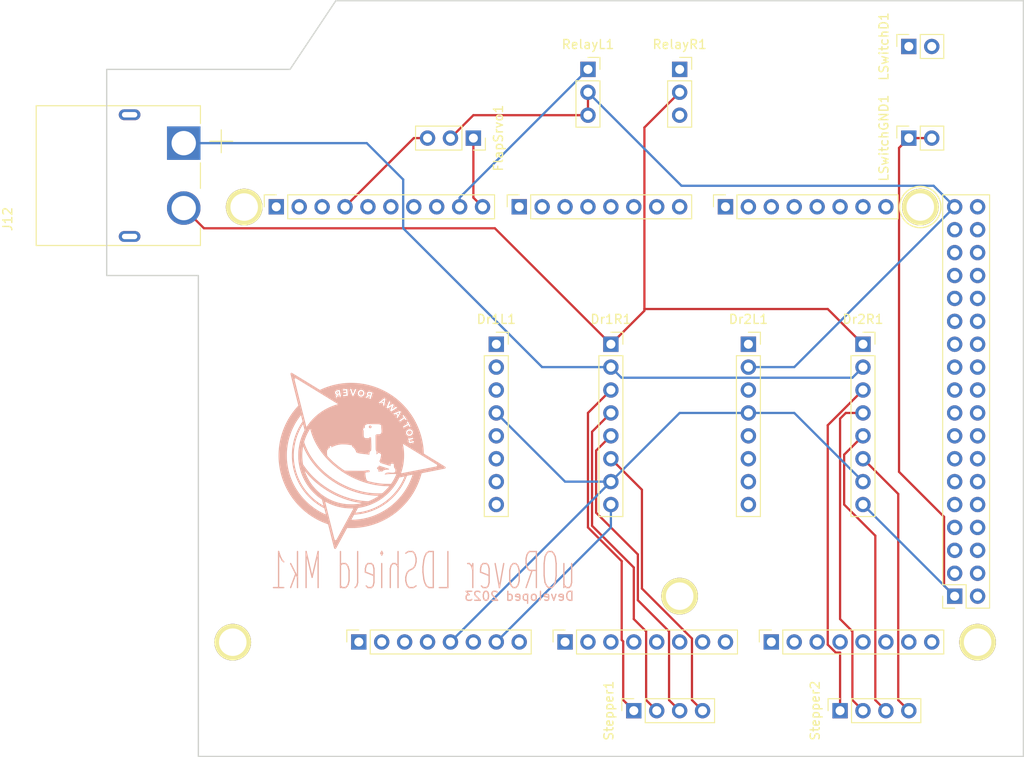
<source format=kicad_pcb>
(kicad_pcb (version 20211014) (generator pcbnew)
  (title_block (date "mar. 31 mars 2015"))
  (layers (0 "F.Cu" signal) (31 "B.Cu" signal) (34 "B.Paste" user) (35 "F.Paste" user) (36 "B.SilkS" user "B.Silkscreen") (37 "F.SilkS" user "F.Silkscreen") (38 "B.Mask" user) (39 "F.Mask" user) (44 "Edge.Cuts" user))
  (net 0 "")
  (net 1 "GND")
  (net 2 "/*52")
  (net 3 "/53")
  (net 4 "/50")
  (net 5 "/51")
  (net 6 "/48")
  (net 7 "/49")
  (net 8 "/*46")
  (net 9 "/47")
  (net 10 "/*44")
  (net 11 "/*45")
  (net 12 "/42")
  (net 13 "/43")
  (net 14 "/40")
  (net 15 "/41")
  (net 16 "/38")
  (net 17 "/39")
  (net 18 "/36")
  (net 19 "/37")
  (net 20 "/34")
  (net 21 "/35")
  (net 22 "/32")
  (net 23 "/33")
  (net 24 "/30")
  (net 25 "/31")
  (net 26 "/28")
  (net 27 "/29")
  (net 28 "/26")
  (net 29 "/27")
  (net 30 "/24")
  (net 31 "/25")
  (net 32 "/22")
  (net 33 "/23")
  (net 34 "+5V")
  (net 35 "/IOREF")
  (net 36 "/A0")
  (net 37 "/A1")
  (net 38 "/A2")
  (net 39 "/A3")
  (net 40 "/A4")
  (net 41 "/A5")
  (net 42 "/A6")
  (net 43 "/A7")
  (net 44 "/A8")
  (net 45 "/A9")
  (net 46 "/A10")
  (net 47 "/A11")
  (net 48 "/A12")
  (net 49 "/A13")
  (net 50 "/A14")
  (net 51 "/A15")
  (net 52 "/AREF")
  (net 53 "/*13")
  (net 54 "/*12")
  (net 55 "/*11")
  (net 56 "/*10")
  (net 57 "/*9")
  (net 58 "/*8")
  (net 59 "/*7")
  (net 60 "/*6")
  (net 61 "/*5")
  (net 62 "/*4")
  (net 63 "/*3")
  (net 64 "/*2")
  (net 65 "/TX0{slash}1")
  (net 66 "/RX0{slash}0")
  (net 67 "+3V3")
  (net 68 "/TX3{slash}14")
  (net 69 "/RX3{slash}15")
  (net 70 "/TX2{slash}16")
  (net 71 "/RX2{slash}17")
  (net 72 "/TX1{slash}18")
  (net 73 "/RX1{slash}19")
  (net 74 "/SDA{slash}20")
  (net 75 "/SCL{slash}21")
  (net 76 "VCC")
  (net 77 "/~{RESET}")
  (net 79 "Net-(Stepper1-Pad1)")
  (net 80 "Net-(Stepper1-Pad2)")
  (net 81 "Net-(Stepper1-Pad3)")
  (net 82 "Net-(Stepper1-Pad4)")
  (net 83 "Net-(Stepper2-Pad1)")
  (net 84 "Net-(Stepper2-Pad2)")
  (net 85 "Net-(Stepper2-Pad3)")
  (net 86 "Net-(Stepper2-Pad4)")
  (net 92 "Net-(Dr1R1-Pad1)")
  (net 93 "Net-(Dr1R1-Pad2)")
  (footprint "Connector_PinSocket_2.54mm:PinSocket_2x18_P2.54mm_Vertical" (layer "F.Cu") (at 193.98 92.38 180)
    (fp_text reference "J7" hide)
    (fp_text value "Digital")
    (pad "1" thru_hole rect locked (at 0 0 180) (size 1.7 1.7) (drill 1) (layers *.Cu *.Mask) (net 1 "GND"))
    (pad "2" thru_hole oval locked (at -2.54 0 180) (size 1.7 1.7) (drill 1) (layers *.Cu *.Mask) (net 1 "GND"))
    (pad "3" thru_hole oval locked (at 0 2.54 180) (size 1.7 1.7) (drill 1) (layers *.Cu *.Mask) (net 2 "/*52"))
    (pad "4" thru_hole oval locked (at -2.54 2.54 180) (size 1.7 1.7) (drill 1) (layers *.Cu *.Mask) (net 3 "/53"))
    (pad "5" thru_hole oval locked (at 0 5.08 180) (size 1.7 1.7) (drill 1) (layers *.Cu *.Mask) (net 4 "/50"))
    (pad "6" thru_hole oval locked (at -2.54 5.08 180) (size 1.7 1.7) (drill 1) (layers *.Cu *.Mask) (net 5 "/51"))
    (pad "7" thru_hole oval locked (at 0 7.62 180) (size 1.7 1.7) (drill 1) (layers *.Cu *.Mask) (net 6 "/48"))
    (pad "8" thru_hole oval locked (at -2.54 7.62 180) (size 1.7 1.7) (drill 1) (layers *.Cu *.Mask) (net 7 "/49"))
    (pad "9" thru_hole oval locked (at 0 10.16 180) (size 1.7 1.7) (drill 1) (layers *.Cu *.Mask) (net 8 "/*46"))
    (pad "10" thru_hole oval locked (at -2.54 10.16 180) (size 1.7 1.7) (drill 1) (layers *.Cu *.Mask) (net 9 "/47"))
    (pad "11" thru_hole oval locked (at 0 12.7 180) (size 1.7 1.7) (drill 1) (layers *.Cu *.Mask) (net 10 "/*44"))
    (pad "12" thru_hole oval locked (at -2.54 12.7 180) (size 1.7 1.7) (drill 1) (layers *.Cu *.Mask) (net 11 "/*45"))
    (pad "13" thru_hole oval locked (at 0 15.24 180) (size 1.7 1.7) (drill 1) (layers *.Cu *.Mask) (net 12 "/42"))
    (pad "14" thru_hole oval locked (at -2.54 15.24 180) (size 1.7 1.7) (drill 1) (layers *.Cu *.Mask) (net 13 "/43"))
    (pad "15" thru_hole oval locked (at 0 17.78 180) (size 1.7 1.7) (drill 1) (layers *.Cu *.Mask) (net 14 "/40"))
    (pad "16" thru_hole oval locked (at -2.54 17.78 180) (size 1.7 1.7) (drill 1) (layers *.Cu *.Mask) (net 15 "/41"))
    (pad "17" thru_hole oval locked (at 0 20.32 180) (size 1.7 1.7) (drill 1) (layers *.Cu *.Mask) (net 16 "/38"))
    (pad "18" thru_hole oval locked (at -2.54 20.32 180) (size 1.7 1.7) (drill 1) (layers *.Cu *.Mask) (net 17 "/39"))
    (pad "19" thru_hole oval locked (at 0 22.86 180) (size 1.7 1.7) (drill 1) (layers *.Cu *.Mask) (net 18 "/36"))
    (pad "20" thru_hole oval locked (at -2.54 22.86 180) (size 1.7 1.7) (drill 1) (layers *.Cu *.Mask) (net 19 "/37"))
    (pad "21" thru_hole oval locked (at 0 25.4 180) (size 1.7 1.7) (drill 1) (layers *.Cu *.Mask) (net 20 "/34"))
    (pad "22" thru_hole oval locked (at -2.54 25.4 180) (size 1.7 1.7) (drill 1) (layers *.Cu *.Mask) (net 21 "/35"))
    (pad "23" thru_hole oval locked (at 0 27.94 180) (size 1.7 1.7) (drill 1) (layers *.Cu *.Mask) (net 22 "/32"))
    (pad "24" thru_hole oval locked (at -2.54 27.94 180) (size 1.7 1.7) (drill 1) (layers *.Cu *.Mask) (net 23 "/33"))
    (pad "25" thru_hole oval locked (at 0 30.48 180) (size 1.7 1.7) (drill 1) (layers *.Cu *.Mask) (net 24 "/30"))
    (pad "26" thru_hole oval locked (at -2.54 30.48 180) (size 1.7 1.7) (drill 1) (layers *.Cu *.Mask) (net 25 "/31"))
    (pad "27" thru_hole oval locked (at 0 33.02 180) (size 1.7 1.7) (drill 1) (layers *.Cu *.Mask) (net 26 "/28"))
    (pad "28" thru_hole oval locked (at -2.54 33.02 180) (size 1.7 1.7) (drill 1) (layers *.Cu *.Mask) (net 27 "/29"))
    (pad "29" thru_hole oval locked (at 0 35.56 180) (size 1.7 1.7) (drill 1) (layers *.Cu *.Mask) (net 28 "/26"))
    (pad "30" thru_hole oval locked (at -2.54 35.56 180) (size 1.7 1.7) (drill 1) (layers *.Cu *.Mask) (net 29 "/27"))
    (pad "31" thru_hole oval locked (at 0 38.1 180) (size 1.7 1.7) (drill 1) (layers *.Cu *.Mask) (net 30 "/24"))
    (pad "32" thru_hole oval locked (at -2.54 38.1 180) (size 1.7 1.7) (drill 1) (layers *.Cu *.Mask) (net 31 "/25"))
    (pad "33" thru_hole oval locked (at 0 40.64 180) (size 1.7 1.7) (drill 1) (layers *.Cu *.Mask) (net 32 "/22"))
    (pad "34" thru_hole oval locked (at -2.54 40.64 180) (size 1.7 1.7) (drill 1) (layers *.Cu *.Mask) (net 33 "/23"))
    (pad "35" thru_hole oval locked (at 0 43.18 180) (size 1.7 1.7) (drill 1) (layers *.Cu *.Mask) (net 34 "+5V"))
    (pad "36" thru_hole oval locked (at -2.54 43.18 180) (size 1.7 1.7) (drill 1) (layers *.Cu *.Mask) (net 34 "+5V"))
  )
  (footprint "Connector_PinSocket_2.54mm:PinSocket_1x08_P2.54mm_Vertical" (layer "F.Cu") (at 127.94 97.46 90)
    (fp_text reference "J1" hide)
    (fp_text value "Power")
    (pad "1" thru_hole rect locked (at 0 0 90) (size 1.7 1.7) (drill 1) (layers *.Cu *.Mask))
    (pad "2" thru_hole oval locked (at 0 2.54 90) (size 1.7 1.7) (drill 1) (layers *.Cu *.Mask) (net 35 "/IOREF"))
    (pad "3" thru_hole oval locked (at 0 5.08 90) (size 1.7 1.7) (drill 1) (layers *.Cu *.Mask) (net 77 "/~{RESET}"))
    (pad "4" thru_hole oval locked (at 0 7.62 90) (size 1.7 1.7) (drill 1) (layers *.Cu *.Mask) (net 67 "+3V3"))
    (pad "5" thru_hole oval locked (at 0 10.16 90) (size 1.7 1.7) (drill 1) (layers *.Cu *.Mask) (net 34 "+5V"))
    (pad "6" thru_hole oval locked (at 0 12.7 90) (size 1.7 1.7) (drill 1) (layers *.Cu *.Mask) (net 1 "GND"))
    (pad "7" thru_hole oval locked (at 0 15.24 90) (size 1.7 1.7) (drill 1) (layers *.Cu *.Mask) (net 1 "GND"))
    (pad "8" thru_hole oval locked (at 0 17.78 90) (size 1.7 1.7) (drill 1) (layers *.Cu *.Mask) (net 76 "VCC"))
  )
  (footprint "Connector_PinSocket_2.54mm:PinSocket_1x08_P2.54mm_Vertical" (layer "F.Cu") (at 150.8 97.46 90)
    (fp_text reference "J3" hide)
    (fp_text value "Analog")
    (pad "1" thru_hole rect locked (at 0 0 90) (size 1.7 1.7) (drill 1) (layers *.Cu *.Mask) (net 36 "/A0"))
    (pad "2" thru_hole oval locked (at 0 2.54 90) (size 1.7 1.7) (drill 1) (layers *.Cu *.Mask) (net 37 "/A1"))
    (pad "3" thru_hole oval locked (at 0 5.08 90) (size 1.7 1.7) (drill 1) (layers *.Cu *.Mask) (net 38 "/A2"))
    (pad "4" thru_hole oval locked (at 0 7.62 90) (size 1.7 1.7) (drill 1) (layers *.Cu *.Mask) (net 39 "/A3"))
    (pad "5" thru_hole oval locked (at 0 10.16 90) (size 1.7 1.7) (drill 1) (layers *.Cu *.Mask) (net 40 "/A4"))
    (pad "6" thru_hole oval locked (at 0 12.7 90) (size 1.7 1.7) (drill 1) (layers *.Cu *.Mask) (net 41 "/A5"))
    (pad "7" thru_hole oval locked (at 0 15.24 90) (size 1.7 1.7) (drill 1) (layers *.Cu *.Mask) (net 42 "/A6"))
    (pad "8" thru_hole oval locked (at 0 17.78 90) (size 1.7 1.7) (drill 1) (layers *.Cu *.Mask) (net 43 "/A7"))
  )
  (footprint "Connector_PinSocket_2.54mm:PinSocket_1x08_P2.54mm_Vertical" (layer "F.Cu") (at 173.66 97.46 90)
    (fp_text reference "J5" hide)
    (fp_text value "Analog")
    (pad "1" thru_hole rect locked (at 0 0 90) (size 1.7 1.7) (drill 1) (layers *.Cu *.Mask) (net 44 "/A8"))
    (pad "2" thru_hole oval locked (at 0 2.54 90) (size 1.7 1.7) (drill 1) (layers *.Cu *.Mask) (net 45 "/A9"))
    (pad "3" thru_hole oval locked (at 0 5.08 90) (size 1.7 1.7) (drill 1) (layers *.Cu *.Mask) (net 46 "/A10"))
    (pad "4" thru_hole oval locked (at 0 7.62 90) (size 1.7 1.7) (drill 1) (layers *.Cu *.Mask) (net 47 "/A11"))
    (pad "5" thru_hole oval locked (at 0 10.16 90) (size 1.7 1.7) (drill 1) (layers *.Cu *.Mask) (net 48 "/A12"))
    (pad "6" thru_hole oval locked (at 0 12.7 90) (size 1.7 1.7) (drill 1) (layers *.Cu *.Mask) (net 49 "/A13"))
    (pad "7" thru_hole oval locked (at 0 15.24 90) (size 1.7 1.7) (drill 1) (layers *.Cu *.Mask) (net 50 "/A14"))
    (pad "8" thru_hole oval locked (at 0 17.78 90) (size 1.7 1.7) (drill 1) (layers *.Cu *.Mask) (net 51 "/A15"))
  )
  (footprint "Connector_PinSocket_2.54mm:PinSocket_1x10_P2.54mm_Vertical" (layer "F.Cu") (at 118.796 49.2 90)
    (fp_text reference "J2" hide)
    (fp_text value "PWM")
    (pad "1" thru_hole rect locked (at 0 0 90) (size 1.7 1.7) (drill 1) (layers *.Cu *.Mask) (net 75 "/SCL{slash}21"))
    (pad "2" thru_hole oval locked (at 0 2.54 90) (size 1.7 1.7) (drill 1) (layers *.Cu *.Mask) (net 74 "/SDA{slash}20"))
    (pad "3" thru_hole oval locked (at 0 5.08 90) (size 1.7 1.7) (drill 1) (layers *.Cu *.Mask) (net 52 "/AREF"))
    (pad "4" thru_hole oval locked (at 0 7.62 90) (size 1.7 1.7) (drill 1) (layers *.Cu *.Mask) (net 1 "GND"))
    (pad "5" thru_hole oval locked (at 0 10.16 90) (size 1.7 1.7) (drill 1) (layers *.Cu *.Mask) (net 53 "/*13"))
    (pad "6" thru_hole oval locked (at 0 12.7 90) (size 1.7 1.7) (drill 1) (layers *.Cu *.Mask) (net 54 "/*12"))
    (pad "7" thru_hole oval locked (at 0 15.24 90) (size 1.7 1.7) (drill 1) (layers *.Cu *.Mask) (net 55 "/*11"))
    (pad "8" thru_hole oval locked (at 0 17.78 90) (size 1.7 1.7) (drill 1) (layers *.Cu *.Mask) (net 56 "/*10"))
    (pad "9" thru_hole oval locked (at 0 20.32 90) (size 1.7 1.7) (drill 1) (layers *.Cu *.Mask) (net 57 "/*9"))
    (pad "10" thru_hole oval locked (at 0 22.86 90) (size 1.7 1.7) (drill 1) (layers *.Cu *.Mask) (net 58 "/*8"))
  )
  (footprint "Connector_PinSocket_2.54mm:PinSocket_1x08_P2.54mm_Vertical" (layer "F.Cu") (at 145.72 49.2 90)
    (fp_text reference "J4" hide)
    (fp_text value "PWM")
    (pad "1" thru_hole rect locked (at 0 0 90) (size 1.7 1.7) (drill 1) (layers *.Cu *.Mask) (net 59 "/*7"))
    (pad "2" thru_hole oval locked (at 0 2.54 90) (size 1.7 1.7) (drill 1) (layers *.Cu *.Mask) (net 60 "/*6"))
    (pad "3" thru_hole oval locked (at 0 5.08 90) (size 1.7 1.7) (drill 1) (layers *.Cu *.Mask) (net 61 "/*5"))
    (pad "4" thru_hole oval locked (at 0 7.62 90) (size 1.7 1.7) (drill 1) (layers *.Cu *.Mask) (net 62 "/*4"))
    (pad "5" thru_hole oval locked (at 0 10.16 90) (size 1.7 1.7) (drill 1) (layers *.Cu *.Mask) (net 63 "/*3"))
    (pad "6" thru_hole oval locked (at 0 12.7 90) (size 1.7 1.7) (drill 1) (layers *.Cu *.Mask) (net 64 "/*2"))
    (pad "7" thru_hole oval locked (at 0 15.24 90) (size 1.7 1.7) (drill 1) (layers *.Cu *.Mask) (net 65 "/TX0{slash}1"))
    (pad "8" thru_hole oval locked (at 0 17.78 90) (size 1.7 1.7) (drill 1) (layers *.Cu *.Mask) (net 66 "/RX0{slash}0"))
  )
  (footprint "Connector_PinSocket_2.54mm:PinSocket_1x08_P2.54mm_Vertical" (layer "F.Cu") (at 168.58 49.2 90)
    (fp_text reference "J6" hide)
    (fp_text value "Communication")
    (pad "1" thru_hole rect locked (at 0 0 90) (size 1.7 1.7) (drill 1) (layers *.Cu *.Mask) (net 68 "/TX3{slash}14"))
    (pad "2" thru_hole oval locked (at 0 2.54 90) (size 1.7 1.7) (drill 1) (layers *.Cu *.Mask) (net 69 "/RX3{slash}15"))
    (pad "3" thru_hole oval locked (at 0 5.08 90) (size 1.7 1.7) (drill 1) (layers *.Cu *.Mask) (net 70 "/TX2{slash}16"))
    (pad "4" thru_hole oval locked (at 0 7.62 90) (size 1.7 1.7) (drill 1) (layers *.Cu *.Mask) (net 71 "/RX2{slash}17"))
    (pad "5" thru_hole oval locked (at 0 10.16 90) (size 1.7 1.7) (drill 1) (layers *.Cu *.Mask) (net 72 "/TX1{slash}18"))
    (pad "6" thru_hole oval locked (at 0 12.7 90) (size 1.7 1.7) (drill 1) (layers *.Cu *.Mask) (net 73 "/RX1{slash}19"))
    (pad "7" thru_hole oval locked (at 0 15.24 90) (size 1.7 1.7) (drill 1) (layers *.Cu *.Mask) (net 74 "/SDA{slash}20"))
    (pad "8" thru_hole oval locked (at 0 17.78 90) (size 1.7 1.7) (drill 1) (layers *.Cu *.Mask) (net 75 "/SCL{slash}21"))
  )
  (footprint "" (layer "F.Cu") (at 196.52 97.485)
    (fp_text reference "" (at 0 0) (layer "F.SilkS") (effects (font (size 1.27 1.27))))
    (fp_text value "" (at 0 0) (layer "F.SilkS") (effects (font (size 1.27 1.27))))
    (pad "1" thru_hole circle locked (at 0 0) (size 4.064 4.064) (drill 3.048) (layers *.Mask "F.Cu" "In1.Cu" "In2.Cu" "B.Cu" "F.SilkS"))
  )
  (footprint "Connector_PinSocket_2.54mm:PinSocket_1x08_P2.54mm_Vertical" (layer "F.Cu") (at 143.18 64.44)
    (fp_text reference "Dr1L1" (at 0 -2.77) (layer "F.SilkS"))
    (fp_text value "Conn_01x08")
    (pad "1" thru_hole rect (at 0 0) (size 1.7 1.7) (drill 1) (layers *.Cu *.Mask))
    (pad "2" thru_hole oval (at 0 2.54) (size 1.7 1.7) (drill 1) (layers *.Cu *.Mask) (net 34 "+5V"))
    (pad "3" thru_hole oval (at 0 5.08) (size 1.7 1.7) (drill 1) (layers *.Cu *.Mask) (net 1 "GND"))
    (pad "4" thru_hole oval (at 0 7.62) (size 1.7 1.7) (drill 1) (layers *.Cu *.Mask) (net 34 "+5V"))
    (pad "5" thru_hole oval (at 0 10.16) (size 1.7 1.7) (drill 1) (layers *.Cu *.Mask))
    (pad "6" thru_hole oval (at 0 12.7) (size 1.7 1.7) (drill 1) (layers *.Cu *.Mask))
    (pad "7" thru_hole oval (at 0 15.24) (size 1.7 1.7) (drill 1) (layers *.Cu *.Mask) (net 53 "/*13"))
    (pad "8" thru_hole oval (at 0 17.78) (size 1.7 1.7) (drill 1) (layers *.Cu *.Mask) (net 54 "/*12"))
  )
  (footprint "Connector_PinSocket_2.54mm:PinSocket_1x03_P2.54mm_Vertical" (layer "F.Cu") (at 153.34 33.96)
    (fp_text reference "RelayL1" (at 0 -2.77) (layer "F.SilkS"))
    (fp_text value "Conn_01x03")
    (pad "1" thru_hole rect (at 0 0) (size 1.7 1.7) (drill 1) (layers *.Cu *.Mask) (net 57 "/*9"))
    (pad "2" thru_hole oval (at 0 2.54) (size 1.7 1.7) (drill 1) (layers *.Cu *.Mask) (net 34 "+5V"))
    (pad "3" thru_hole oval (at 0 5.08) (size 1.7 1.7) (drill 1) (layers *.Cu *.Mask) (net 34 "+5V"))
  )
  (footprint "" (layer "F.Cu") (at 163.5 92.38)
    (fp_text reference "" (at 0 0) (layer "F.SilkS") (effects (font (size 1.27 1.27))))
    (fp_text value "" (at 0 0) (layer "F.SilkS") (effects (font (size 1.27 1.27))))
    (pad "1" thru_hole circle locked (at 0 0) (size 4.064 4.064) (drill 3.048) (layers *.Mask "F.Cu" "In1.Cu" "In2.Cu" "B.Cu" "F.SilkS"))
  )
  (footprint "Connector_PinSocket_2.54mm:PinSocket_1x02_P2.54mm_Vertical" (layer "F.Cu") (at 188.9 31.42 90)
    (fp_text reference "LSwitchD1" (at 0 -2.77 90) (layer "F.SilkS"))
    (fp_text value "Conn_01x02")
    (pad "1" thru_hole rect (at 0 0 90) (size 1.7 1.7) (drill 1) (layers *.Cu *.Mask) (net 6 "/48"))
    (pad "2" thru_hole oval (at 0 2.54 90) (size 1.7 1.7) (drill 1) (layers *.Cu *.Mask) (net 9 "/47"))
  )
  (footprint "" (layer "F.Cu") (at 113.97 97.485)
    (fp_text reference "" (at 0 0) (layer "F.SilkS") (effects (font (size 1.27 1.27))))
    (fp_text value "" (at 0 0) (layer "F.SilkS") (effects (font (size 1.27 1.27))))
    (pad "1" thru_hole circle locked (at 0 0) (size 4.064 4.064) (drill 3.048) (layers *.Mask "F.Cu" "In1.Cu" "In2.Cu" "B.Cu" "F.SilkS"))
  )
  (footprint "Connector_PinSocket_2.54mm:PinSocket_1x08_P2.54mm_Vertical" (layer "F.Cu") (at 171.12 64.44)
    (fp_text reference "Dr2L1" (at 0 -2.77) (layer "F.SilkS"))
    (fp_text value "Conn_01x08")
    (pad "1" thru_hole rect (at 0 0) (size 1.7 1.7) (drill 1) (layers *.Cu *.Mask))
    (pad "2" thru_hole oval (at 0 2.54) (size 1.7 1.7) (drill 1) (layers *.Cu *.Mask) (net 34 "+5V"))
    (pad "3" thru_hole oval (at 0 5.08) (size 1.7 1.7) (drill 1) (layers *.Cu *.Mask) (net 1 "GND"))
    (pad "4" thru_hole oval (at 0 7.62) (size 1.7 1.7) (drill 1) (layers *.Cu *.Mask) (net 34 "+5V"))
    (pad "5" thru_hole oval (at 0 10.16) (size 1.7 1.7) (drill 1) (layers *.Cu *.Mask))
    (pad "6" thru_hole oval (at 0 12.7) (size 1.7 1.7) (drill 1) (layers *.Cu *.Mask))
    (pad "7" thru_hole oval (at 0 15.24) (size 1.7 1.7) (drill 1) (layers *.Cu *.Mask) (net 55 "/*11"))
    (pad "8" thru_hole oval (at 0 17.78) (size 1.7 1.7) (drill 1) (layers *.Cu *.Mask) (net 56 "/*10"))
  )
  (footprint "Connector_PinSocket_2.54mm:PinSocket_1x03_P2.54mm_Vertical" (layer "F.Cu") (at 163.5 33.96)
    (fp_text reference "RelayR1" (at 0 -2.77) (layer "F.SilkS"))
    (fp_text value "Conn_01x03")
    (pad "1" thru_hole rect (at 0 0) (size 1.7 1.7) (drill 1) (layers *.Cu *.Mask))
    (pad "2" thru_hole oval (at 0 2.54) (size 1.7 1.7) (drill 1) (layers *.Cu *.Mask) (net 92 "Net-(Dr1R1-Pad1)"))
    (pad "3" thru_hole oval (at 0 5.08) (size 1.7 1.7) (drill 1) (layers *.Cu *.Mask))
  )
  (footprint "Connector_PinSocket_2.54mm:PinSocket_1x04_P2.54mm_Vertical" (layer "F.Cu") (at 158.42 105.08 90)
    (fp_text reference "Stepper1" (at 0 -2.77 90) (layer "F.SilkS"))
    (fp_text value "Conn_01x04")
    (pad "1" thru_hole rect (at 0 0 90) (size 1.7 1.7) (drill 1) (layers *.Cu *.Mask) (net 79 "Net-(Stepper1-Pad1)"))
    (pad "2" thru_hole oval (at 0 2.54 90) (size 1.7 1.7) (drill 1) (layers *.Cu *.Mask) (net 80 "Net-(Stepper1-Pad2)"))
    (pad "3" thru_hole oval (at 0 5.08 90) (size 1.7 1.7) (drill 1) (layers *.Cu *.Mask) (net 81 "Net-(Stepper1-Pad3)"))
    (pad "4" thru_hole oval (at 0 7.62 90) (size 1.7 1.7) (drill 1) (layers *.Cu *.Mask) (net 82 "Net-(Stepper1-Pad4)"))
  )
  (footprint "Connector_PinSocket_2.54mm:PinSocket_1x08_P2.54mm_Vertical" (layer "F.Cu") (at 183.82 64.44)
    (fp_text reference "Dr2R1" (at 0 -2.77) (layer "F.SilkS"))
    (fp_text value "Conn_01x08")
    (pad "1" thru_hole rect (at 0 0) (size 1.7 1.7) (drill 1) (layers *.Cu *.Mask) (net 92 "Net-(Dr1R1-Pad1)"))
    (pad "2" thru_hole oval (at 0 2.54) (size 1.7 1.7) (drill 1) (layers *.Cu *.Mask) (net 93 "Net-(Dr1R1-Pad2)"))
    (pad "3" thru_hole oval (at 0 5.08) (size 1.7 1.7) (drill 1) (layers *.Cu *.Mask) (net 83 "Net-(Stepper2-Pad1)"))
    (pad "4" thru_hole oval (at 0 7.62) (size 1.7 1.7) (drill 1) (layers *.Cu *.Mask) (net 84 "Net-(Stepper2-Pad2)"))
    (pad "5" thru_hole oval (at 0 10.16) (size 1.7 1.7) (drill 1) (layers *.Cu *.Mask) (net 85 "Net-(Stepper2-Pad3)"))
    (pad "6" thru_hole oval (at 0 12.7) (size 1.7 1.7) (drill 1) (layers *.Cu *.Mask) (net 86 "Net-(Stepper2-Pad4)"))
    (pad "7" thru_hole oval (at 0 15.24) (size 1.7 1.7) (drill 1) (layers *.Cu *.Mask) (net 34 "+5V"))
    (pad "8" thru_hole oval (at 0 17.78) (size 1.7 1.7) (drill 1) (layers *.Cu *.Mask) (net 1 "GND"))
  )
  (footprint "Connector_PinSocket_2.54mm:PinSocket_1x04_P2.54mm_Vertical" (layer "F.Cu") (at 181.28 105.08 90)
    (fp_text reference "Stepper2" (at 0 -2.77 90) (layer "F.SilkS"))
    (fp_text value "Conn_01x04")
    (pad "1" thru_hole rect (at 0 0 90) (size 1.7 1.7) (drill 1) (layers *.Cu *.Mask) (net 83 "Net-(Stepper2-Pad1)"))
    (pad "2" thru_hole oval (at 0 2.54 90) (size 1.7 1.7) (drill 1) (layers *.Cu *.Mask) (net 84 "Net-(Stepper2-Pad2)"))
    (pad "3" thru_hole oval (at 0 5.08 90) (size 1.7 1.7) (drill 1) (layers *.Cu *.Mask) (net 85 "Net-(Stepper2-Pad3)"))
    (pad "4" thru_hole oval (at 0 7.62 90) (size 1.7 1.7) (drill 1) (layers *.Cu *.Mask) (net 86 "Net-(Stepper2-Pad4)"))
  )
  (footprint "Socket_Arduino_Mega:Arduino_1pin" (layer "F.Cu") (at 190.17 49.225)
    (fp_text reference "P13" hide)
    (fp_text value "CONN_01X01" hide)
    (pad "1" thru_hole circle locked (at 0 0) (size 4.064 4.064) (drill 3.048) (layers *.Mask "F.Cu" "In1.Cu" "In2.Cu" "B.Cu" "F.SilkS"))
  )
  (footprint "XT60PW-M:AMASS_XT60PW-M" (layer "F.Cu") (at 102.54 45.74 90)
    (fp_text reference "J12" (at -4.8236 -13.51498 90) (layer "F.SilkS") (effects (font (size 1.000441 1.000441))))
    (fp_text value "XT60PW-M")
    (pad "1" thru_hole rect locked (at 3.6 6 90) (size 3.716 3.716) (drill 2.7) (layers *.Cu *.Mask) (net 93 "Net-(Dr1R1-Pad2)"))
    (pad "2" thru_hole circle locked (at -3.6 6 90) (size 3.716 3.716) (drill 2.7) (layers *.Cu *.Mask) (net 92 "Net-(Dr1R1-Pad1)"))
    (pad "S1" thru_hole oval locked (at 6.75 0 90) (size 1.2 2.4) (drill oval 0.6 1.7) (layers *.Cu *.Mask))
    (pad "S2" thru_hole oval locked (at -6.75 0 90) (size 1.2 2.4) (drill oval 0.6 1.7) (layers *.Cu *.Mask))
  )
  (footprint "Connector_PinSocket_2.54mm:PinSocket_1x08_P2.54mm_Vertical" (layer "F.Cu") (at 155.88 64.44)
    (fp_text reference "Dr1R1" (at 0 -2.77) (layer "F.SilkS"))
    (fp_text value "Conn_01x08")
    (pad "1" thru_hole rect (at 0 0) (size 1.7 1.7) (drill 1) (layers *.Cu *.Mask) (net 92 "Net-(Dr1R1-Pad1)"))
    (pad "2" thru_hole oval (at 0 2.54) (size 1.7 1.7) (drill 1) (layers *.Cu *.Mask) (net 93 "Net-(Dr1R1-Pad2)"))
    (pad "3" thru_hole oval (at 0 5.08) (size 1.7 1.7) (drill 1) (layers *.Cu *.Mask) (net 79 "Net-(Stepper1-Pad1)"))
    (pad "4" thru_hole oval (at 0 7.62) (size 1.7 1.7) (drill 1) (layers *.Cu *.Mask) (net 80 "Net-(Stepper1-Pad2)"))
    (pad "5" thru_hole oval (at 0 10.16) (size 1.7 1.7) (drill 1) (layers *.Cu *.Mask) (net 81 "Net-(Stepper1-Pad3)"))
    (pad "6" thru_hole oval (at 0 12.7) (size 1.7 1.7) (drill 1) (layers *.Cu *.Mask) (net 82 "Net-(Stepper1-Pad4)"))
    (pad "7" thru_hole oval (at 0 15.24) (size 1.7 1.7) (drill 1) (layers *.Cu *.Mask) (net 34 "+5V"))
    (pad "8" thru_hole oval (at 0 17.78) (size 1.7 1.7) (drill 1) (layers *.Cu *.Mask) (net 1 "GND"))
  )
  (footprint "Connector_PinSocket_2.54mm:PinSocket_1x03_P2.54mm_Vertical" (layer "F.Cu") (at 140.64 41.58 -90)
    (fp_text reference "FlapSrvo1" (at 0 -2.77 90) (layer "F.SilkS"))
    (fp_text value "Conn_01x03")
    (pad "1" thru_hole rect (at 0 0 270) (size 1.7 1.7) (drill 1) (layers *.Cu *.Mask) (net 58 "/*8"))
    (pad "2" thru_hole oval (at 0 2.54 270) (size 1.7 1.7) (drill 1) (layers *.Cu *.Mask) (net 34 "+5V"))
    (pad "3" thru_hole oval (at 0 5.08 270) (size 1.7 1.7) (drill 1) (layers *.Cu *.Mask) (net 1 "GND"))
  )
  (footprint "Connector_PinSocket_2.54mm:PinSocket_1x02_P2.54mm_Vertical" (layer "F.Cu") (at 188.9 41.58 90)
    (fp_text reference "LSwitchGND1" (at 0 -2.77 90) (layer "F.SilkS"))
    (fp_text value "Conn_01x02")
    (pad "1" thru_hole rect (at 0 0 90) (size 1.7 1.7) (drill 1) (layers *.Cu *.Mask) (net 1 "GND"))
    (pad "2" thru_hole oval (at 0 2.54 90) (size 1.7 1.7) (drill 1) (layers *.Cu *.Mask) (net 1 "GND"))
  )
  (footprint "" (layer "F.Cu") (at 115.24 49.225)
    (fp_text reference "" (at 0 0) (layer "F.SilkS") (effects (font (size 1.27 1.27))))
    (fp_text value "" (at 0 0) (layer "F.SilkS") (effects (font (size 1.27 1.27))))
    (pad "1" thru_hole circle locked (at 0 0) (size 4.064 4.064) (drill 3.048) (layers *.Mask "F.Cu" "In1.Cu" "In2.Cu" "B.Cu" "F.SilkS"))
  )
  (footprint "Graphics and Logos:uORover20mm" (layer "B.Cu") (at 127.94 77.14 180)
    (fp_text reference "G***" hide)
    (fp_text value "LOGO" hide)
  )
  (gr_poly (pts (xy 201.6 110.16) (xy 110.16 110.16) (xy 110.16 56.82) (xy 100 56.82) (xy 100 33.96) (xy 120.32 33.96) (xy 125.4 26.34) (xy 148.26 26.34) (xy 201.6 26.34)) (layer "Edge.Cuts") (width 0.15) (fill none))
  (gr_text "Developed 2023" (at 145.72 92.38) (layer "B.SilkS") (effects (font (size 1 1)) (justify mirror)))
  (gr_text "uORover LDShield Mk1" (at 135.052 89.586) (layer "B.SilkS") (effects (font (size 4 2)) (justify mirror)))
  (segment (start 188.9 41.58) (end 187.813 42.667) (width 0.25) (layer "F.Cu") (net 1))
  (segment (start 192.805 83.585) (end 192.805 91.205) (width 0.25) (layer "F.Cu") (net 1))
  (segment (start 187.813 78.593) (end 192.805 83.585) (width 0.25) (layer "F.Cu") (net 1))
  (segment (start 134.036 41.58) (end 126.416 49.2) (width 0.25) (layer "F.Cu") (net 1))
  (segment (start 191.44 41.58) (end 188.9 41.58) (width 0.25) (layer "F.Cu") (net 1))
  (segment (start 187.813 42.667) (end 187.813 78.593) (width 0.25) (layer "F.Cu") (net 1))
  (segment (start 192.805 91.205) (end 193.98 92.38) (width 0.25) (layer "F.Cu") (net 1))
  (segment (start 135.56 41.58) (end 134.036 41.58) (width 0.25) (layer "F.Cu") (net 1))
  (segment (start 155.88 84.76) (end 155.88 82.22) (width 0.25) (layer "B.Cu") (net 1))
  (segment (start 183.82 82.22) (end 193.98 92.38) (width 0.25) (layer "B.Cu") (net 1))
  (segment (start 143.18 97.46) (end 155.88 84.76) (width 0.25) (layer "B.Cu") (net 1))
  (segment (start 153.34 39.04) (end 153.34 36.5) (width 0.25) (layer "F.Cu") (net 34))
  (segment (start 138.1 41.58) (end 140.64 39.04) (width 0.25) (layer "F.Cu") (net 34))
  (segment (start 140.64 39.04) (end 153.34 39.04) (width 0.25) (layer "F.Cu") (net 34))
  (segment (start 176.2 66.98) (end 193.98 49.2) (width 0.25) (layer "B.Cu") (net 34))
  (segment (start 163.5 72.06) (end 171.12 72.06) (width 0.25) (layer "B.Cu") (net 34))
  (segment (start 138.1 97.46) (end 155.88 79.68) (width 0.25) (layer "B.Cu") (net 34))
  (segment (start 176.2 72.06) (end 171.12 72.06) (width 0.25) (layer "B.Cu") (net 34))
  (segment (start 150.8 79.68) (end 155.88 79.68) (width 0.25) (layer "B.Cu") (net 34))
  (segment (start 153.34 36.5) (end 163.708 46.868) (width 0.25) (layer "B.Cu") (net 34))
  (segment (start 143.18 72.06) (end 150.8 79.68) (width 0.25) (layer "B.Cu") (net 34))
  (segment (start 163.708 46.868) (end 191.648 46.868) (width 0.25) (layer "B.Cu") (net 34))
  (segment (start 191.648 46.868) (end 193.98 49.2) (width 0.25) (layer "B.Cu") (net 34))
  (segment (start 171.12 66.98) (end 176.2 66.98) (width 0.25) (layer "B.Cu") (net 34))
  (segment (start 183.82 79.68) (end 176.2 72.06) (width 0.25) (layer "B.Cu") (net 34))
  (segment (start 155.88 79.68) (end 163.5 72.06) (width 0.25) (layer "B.Cu") (net 34))
  (segment (start 139.116 48.184) (end 139.116 49.2) (width 0.25) (layer "B.Cu") (net 57))
  (segment (start 153.34 33.96) (end 139.116 48.184) (width 0.25) (layer "B.Cu") (net 57))
  (segment (start 140.64 41.58) (end 140.64 48.184) (width 0.25) (layer "F.Cu") (net 58))
  (segment (start 140.64 48.184) (end 141.656 49.2) (width 0.25) (layer "F.Cu") (net 58))
  (segment (start 157.245 103.905) (end 157.245 97.402049) (width 0.25) (layer "F.Cu") (net 79))
  (segment (start 157.077592 88.497592) (end 153.34 84.76) (width 0.25) (layer "F.Cu") (net 79))
  (segment (start 153.34 72.06) (end 155.88 69.52) (width 0.25) (layer "F.Cu") (net 79))
  (segment (start 158.42 105.08) (end 157.245 103.905) (width 0.25) (layer "F.Cu") (net 79))
  (segment (start 153.34 84.76) (end 153.34 72.06) (width 0.25) (layer "F.Cu") (net 79))
  (segment (start 157.245 97.402049) (end 157.077592 97.234641) (width 0.25) (layer "F.Cu") (net 79))
  (segment (start 157.077592 97.234641) (end 157.077592 88.497592) (width 0.25) (layer "F.Cu") (net 79))
  (segment (start 158.42 94.92) (end 158.42 89.203604) (width 0.25) (layer "F.Cu") (net 80))
  (segment (start 160.96 105.08) (end 159.785 103.905) (width 0.25) (layer "F.Cu") (net 80))
  (segment (start 158.42 89.203604) (end 153.79 84.573604) (width 0.25) (layer "F.Cu") (net 80))
  (segment (start 153.79 74.15) (end 155.88 72.06) (width 0.25) (layer "F.Cu") (net 80))
  (segment (start 159.785 103.905) (end 159.785 96.285) (width 0.25) (layer "F.Cu") (net 80))
  (segment (start 159.785 96.285) (end 158.42 94.92) (width 0.25) (layer "F.Cu") (net 80))
  (segment (start 153.79 84.573604) (end 153.79 74.15) (width 0.25) (layer "F.Cu") (net 80))
  (segment (start 154.24 83.12) (end 154.24 76.24) (width 0.25) (layer "F.Cu") (net 81))
  (segment (start 162.325 103.905) (end 162.325 96.285) (width 0.25) (layer "F.Cu") (net 81))
  (segment (start 154.24 76.24) (end 155.88 74.6) (width 0.25) (layer "F.Cu") (net 81))
  (segment (start 162.325 96.285) (end 158.87 92.83) (width 0.25) (layer "F.Cu") (net 81))
  (segment (start 163.5 105.08) (end 162.325 103.905) (width 0.25) (layer "F.Cu") (net 81))
  (segment (start 158.87 92.83) (end 158.87 87.75) (width 0.25) (layer "F.Cu") (net 81))
  (segment (start 158.87 87.75) (end 154.24 83.12) (width 0.25) (layer "F.Cu") (net 81))
  (segment (start 164.865 97.078302) (end 159.32 91.533302) (width 0.25) (layer "F.Cu") (net 82))
  (segment (start 159.32 80.58) (end 155.88 77.14) (width 0.25) (layer "F.Cu") (net 82))
  (segment (start 164.865 103.905) (end 164.865 97.078302) (width 0.25) (layer "F.Cu") (net 82))
  (segment (start 159.32 91.533302) (end 159.32 80.58) (width 0.25) (layer "F.Cu") (net 82))
  (segment (start 166.04 105.08) (end 164.865 103.905) (width 0.25) (layer "F.Cu") (net 82))
  (segment (start 179.915 97.756701) (end 179.915 73.425) (width 0.25) (layer "F.Cu") (net 83))
  (segment (start 180.793299 98.635) (end 179.915 97.756701) (width 0.25) (layer "F.Cu") (net 83))
  (segment (start 179.915 73.425) (end 183.82 69.52) (width 0.25) (layer "F.Cu") (net 83))
  (segment (start 181.28 105.08) (end 181.28 98.635) (width 0.25) (layer "F.Cu") (net 83))
  (segment (start 181.28 98.635) (end 180.793299 98.635) (width 0.25) (layer "F.Cu") (net 83))
  (segment (start 183.82 105.08) (end 182.645 103.905) (width 0.25) (layer "F.Cu") (net 84))
  (segment (start 182.645 96.285) (end 181.28 94.92) (width 0.25) (layer "F.Cu") (net 84))
  (segment (start 182.645 103.905) (end 182.645 96.285) (width 0.25) (layer "F.Cu") (net 84))
  (segment (start 181.28 72.696396) (end 181.916396 72.06) (width 0.25) (layer "F.Cu") (net 84))
  (segment (start 181.28 94.92) (end 181.28 72.696396) (width 0.25) (layer "F.Cu") (net 84))
  (segment (start 181.916396 72.06) (end 183.82 72.06) (width 0.25) (layer "F.Cu") (net 84))
  (segment (start 181.73 82.22) (end 181.73 76.69) (width 0.25) (layer "F.Cu") (net 85))
  (segment (start 181.73 76.69) (end 183.82 74.6) (width 0.25) (layer "F.Cu") (net 85))
  (segment (start 186.36 105.08) (end 185.185 103.905) (width 0.25) (layer "F.Cu") (net 85))
  (segment (start 185.185 85.675) (end 181.73 82.22) (width 0.25) (layer "F.Cu") (net 85))
  (segment (start 185.185 103.905) (end 185.185 85.675) (width 0.25) (layer "F.Cu") (net 85))
  (segment (start 187.725 103.905) (end 187.725 81.045) (width 0.25) (layer "F.Cu") (net 86))
  (segment (start 187.725 81.045) (end 183.82 77.14) (width 0.25) (layer "F.Cu") (net 86))
  (segment (start 188.9 105.08) (end 187.725 103.905) (width 0.25) (layer "F.Cu") (net 86))
  (segment (start 159.595 60.725) (end 159.595 60.535) (width 0.25) (layer "F.Cu") (net 92))
  (segment (start 143.022 51.582) (end 155.88 64.44) (width 0.25) (layer "F.Cu") (net 92))
  (segment (start 155.88 64.44) (end 159.595 60.725) (width 0.25) (layer "F.Cu") (net 92))
  (segment (start 110.782 51.582) (end 143.022 51.582) (width 0.25) (layer "F.Cu") (net 92))
  (segment (start 179.915 60.535) (end 159.595 60.535) (width 0.25) (layer "F.Cu") (net 92))
  (segment (start 159.595 60.535) (end 159.595 40.405) (width 0.25) (layer "F.Cu") (net 92))
  (segment (start 159.595 40.405) (end 163.5 36.5) (width 0.25) (layer "F.Cu") (net 92))
  (segment (start 108.54 49.34) (end 110.782 51.582) (width 0.25) (layer "F.Cu") (net 92))
  (segment (start 183.82 64.44) (end 179.915 60.535) (width 0.25) (layer "F.Cu") (net 92))
  (segment (start 155.88 66.98) (end 157.055 68.155) (width 0.25) (layer "B.Cu") (net 93))
  (segment (start 148.26 66.98) (end 155.88 66.98) (width 0.25) (layer "B.Cu") (net 93))
  (segment (start 157.055 68.155) (end 182.645 68.155) (width 0.25) (layer "B.Cu") (net 93))
  (segment (start 128.827701 42.14) (end 132.861 46.173299) (width 0.25) (layer "B.Cu") (net 93))
  (segment (start 108.54 42.14) (end 128.827701 42.14) (width 0.25) (layer "B.Cu") (net 93))
  (segment (start 182.645 68.155) (end 183.82 66.98) (width 0.25) (layer "B.Cu") (net 93))
  (segment (start 132.861 51.581) (end 148.26 66.98) (width 0.25) (layer "B.Cu") (net 93))
  (segment (start 132.861 46.173299) (end 132.861 51.581) (width 0.25) (layer "B.Cu") (net 93))
)
</source>
